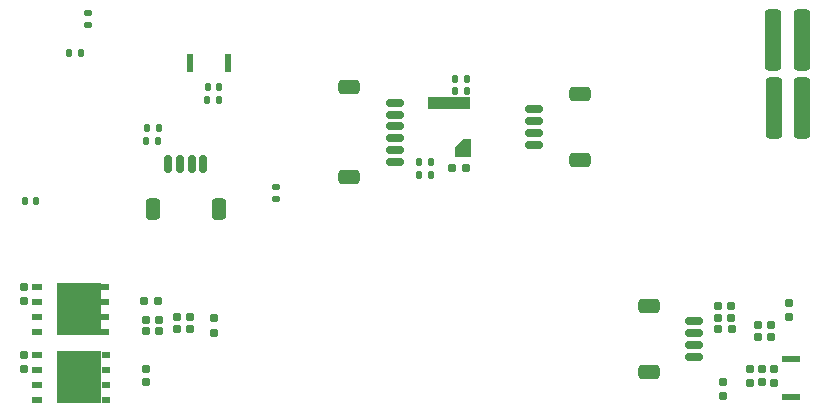
<source format=gbr>
%TF.GenerationSoftware,KiCad,Pcbnew,8.0.5*%
%TF.CreationDate,2024-10-23T07:35:36+02:00*%
%TF.ProjectId,Carte sensors,43617274-6520-4736-956e-736f72732e6b,rev?*%
%TF.SameCoordinates,Original*%
%TF.FileFunction,Paste,Bot*%
%TF.FilePolarity,Positive*%
%FSLAX46Y46*%
G04 Gerber Fmt 4.6, Leading zero omitted, Abs format (unit mm)*
G04 Created by KiCad (PCBNEW 8.0.5) date 2024-10-23 07:35:36*
%MOMM*%
%LPD*%
G01*
G04 APERTURE LIST*
G04 Aperture macros list*
%AMRoundRect*
0 Rectangle with rounded corners*
0 $1 Rounding radius*
0 $2 $3 $4 $5 $6 $7 $8 $9 X,Y pos of 4 corners*
0 Add a 4 corners polygon primitive as box body*
4,1,4,$2,$3,$4,$5,$6,$7,$8,$9,$2,$3,0*
0 Add four circle primitives for the rounded corners*
1,1,$1+$1,$2,$3*
1,1,$1+$1,$4,$5*
1,1,$1+$1,$6,$7*
1,1,$1+$1,$8,$9*
0 Add four rect primitives between the rounded corners*
20,1,$1+$1,$2,$3,$4,$5,0*
20,1,$1+$1,$4,$5,$6,$7,0*
20,1,$1+$1,$6,$7,$8,$9,0*
20,1,$1+$1,$8,$9,$2,$3,0*%
%AMOutline5P*
0 Free polygon, 5 corners , with rotation*
0 The origin of the aperture is its center*
0 number of corners: always 5*
0 $1 to $10 corner X, Y*
0 $11 Rotation angle, in degrees counterclockwise*
0 create outline with 5 corners*
4,1,5,$1,$2,$3,$4,$5,$6,$7,$8,$9,$10,$1,$2,$11*%
%AMOutline6P*
0 Free polygon, 6 corners , with rotation*
0 The origin of the aperture is its center*
0 number of corners: always 6*
0 $1 to $12 corner X, Y*
0 $13 Rotation angle, in degrees counterclockwise*
0 create outline with 6 corners*
4,1,6,$1,$2,$3,$4,$5,$6,$7,$8,$9,$10,$11,$12,$1,$2,$13*%
%AMOutline7P*
0 Free polygon, 7 corners , with rotation*
0 The origin of the aperture is its center*
0 number of corners: always 7*
0 $1 to $14 corner X, Y*
0 $15 Rotation angle, in degrees counterclockwise*
0 create outline with 7 corners*
4,1,7,$1,$2,$3,$4,$5,$6,$7,$8,$9,$10,$11,$12,$13,$14,$1,$2,$15*%
%AMOutline8P*
0 Free polygon, 8 corners , with rotation*
0 The origin of the aperture is its center*
0 number of corners: always 8*
0 $1 to $16 corner X, Y*
0 $17 Rotation angle, in degrees counterclockwise*
0 create outline with 8 corners*
4,1,8,$1,$2,$3,$4,$5,$6,$7,$8,$9,$10,$11,$12,$13,$14,$15,$16,$1,$2,$17*%
G04 Aperture macros list end*
%ADD10R,1.500000X0.550000*%
%ADD11RoundRect,0.160000X0.160000X-0.197500X0.160000X0.197500X-0.160000X0.197500X-0.160000X-0.197500X0*%
%ADD12RoundRect,0.160000X-0.160000X0.197500X-0.160000X-0.197500X0.160000X-0.197500X0.160000X0.197500X0*%
%ADD13RoundRect,0.155000X-0.155000X0.212500X-0.155000X-0.212500X0.155000X-0.212500X0.155000X0.212500X0*%
%ADD14RoundRect,0.155000X0.212500X0.155000X-0.212500X0.155000X-0.212500X-0.155000X0.212500X-0.155000X0*%
%ADD15RoundRect,0.135000X0.135000X0.185000X-0.135000X0.185000X-0.135000X-0.185000X0.135000X-0.185000X0*%
%ADD16RoundRect,0.135000X-0.135000X-0.185000X0.135000X-0.185000X0.135000X0.185000X-0.135000X0.185000X0*%
%ADD17RoundRect,0.150000X0.625000X-0.150000X0.625000X0.150000X-0.625000X0.150000X-0.625000X-0.150000X0*%
%ADD18RoundRect,0.250000X0.650000X-0.350000X0.650000X0.350000X-0.650000X0.350000X-0.650000X-0.350000X0*%
%ADD19RoundRect,0.135000X0.185000X-0.135000X0.185000X0.135000X-0.185000X0.135000X-0.185000X-0.135000X0*%
%ADD20RoundRect,0.250000X0.412500X2.350000X-0.412500X2.350000X-0.412500X-2.350000X0.412500X-2.350000X0*%
%ADD21R,0.550000X1.500000*%
%ADD22RoundRect,0.140000X0.140000X0.170000X-0.140000X0.170000X-0.140000X-0.170000X0.140000X-0.170000X0*%
%ADD23RoundRect,0.155000X-0.212500X-0.155000X0.212500X-0.155000X0.212500X0.155000X-0.212500X0.155000X0*%
%ADD24RoundRect,0.135000X-0.185000X0.135000X-0.185000X-0.135000X0.185000X-0.135000X0.185000X0.135000X0*%
%ADD25R,0.850000X0.500000*%
%ADD26R,0.800000X0.600000*%
%ADD27R,3.750000X4.410000*%
%ADD28RoundRect,0.150000X-0.625000X0.150000X-0.625000X-0.150000X0.625000X-0.150000X0.625000X0.150000X0*%
%ADD29RoundRect,0.250000X-0.650000X0.350000X-0.650000X-0.350000X0.650000X-0.350000X0.650000X0.350000X0*%
%ADD30Outline5P,-0.650000X0.100000X0.000000X0.750000X0.650000X0.750000X0.650000X-0.750000X-0.650000X-0.750000X0.000000*%
%ADD31R,3.600000X1.100000*%
%ADD32RoundRect,0.150000X0.150000X0.625000X-0.150000X0.625000X-0.150000X-0.625000X0.150000X-0.625000X0*%
%ADD33RoundRect,0.250000X0.350000X0.650000X-0.350000X0.650000X-0.350000X-0.650000X0.350000X-0.650000X0*%
G04 APERTURE END LIST*
D10*
%TO.C,SW2*%
X215240000Y-128200000D03*
X215240000Y-124950000D03*
%TD*%
D11*
%TO.C,R26*%
X213780000Y-126987500D03*
X213780000Y-125792500D03*
%TD*%
D12*
%TO.C,R23*%
X211780000Y-125762500D03*
X211780000Y-126957500D03*
%TD*%
D13*
%TO.C,C29*%
X212770000Y-125782500D03*
X212770000Y-126917500D03*
%TD*%
D11*
%TO.C,R20*%
X150235000Y-120081000D03*
X150235000Y-118886000D03*
%TD*%
%TO.C,R19*%
X215010000Y-121417500D03*
X215010000Y-120222500D03*
%TD*%
D14*
%TO.C,C22*%
X210167500Y-120490000D03*
X209032500Y-120490000D03*
%TD*%
D15*
%TO.C,R3*%
X161670000Y-105370000D03*
X160650000Y-105370000D03*
%TD*%
D16*
%TO.C,R17*%
X183720000Y-108250000D03*
X184740000Y-108250000D03*
%TD*%
D17*
%TO.C,J4*%
X207025000Y-124780000D03*
X207025000Y-123780000D03*
X207025000Y-122780000D03*
X207025000Y-121780000D03*
D18*
X203150000Y-126080000D03*
X203150000Y-120480000D03*
%TD*%
D16*
%TO.C,R5*%
X165760000Y-102990000D03*
X166780000Y-102990000D03*
%TD*%
D19*
%TO.C,R2*%
X155730000Y-96650000D03*
X155730000Y-95630000D03*
%TD*%
D20*
%TO.C,R10*%
X216140000Y-97970000D03*
X213715000Y-97970000D03*
%TD*%
D21*
%TO.C,SW1*%
X167540000Y-99885000D03*
X164290000Y-99885000D03*
%TD*%
D22*
%TO.C,C2*%
X151280000Y-111620000D03*
X150320000Y-111620000D03*
%TD*%
D23*
%TO.C,C10*%
X186542500Y-108800000D03*
X187677500Y-108800000D03*
%TD*%
D24*
%TO.C,R6*%
X171600000Y-110430000D03*
X171600000Y-111450000D03*
%TD*%
D13*
%TO.C,C28*%
X209490000Y-126935000D03*
X209490000Y-128070000D03*
%TD*%
D15*
%TO.C,R4*%
X161640000Y-106460000D03*
X160620000Y-106460000D03*
%TD*%
D14*
%TO.C,C17*%
X161700000Y-122592500D03*
X160565000Y-122592500D03*
%TD*%
D23*
%TO.C,C21*%
X212412500Y-123072500D03*
X213547500Y-123072500D03*
%TD*%
%TO.C,C15*%
X163217500Y-122432500D03*
X164352500Y-122432500D03*
%TD*%
D16*
%TO.C,R18*%
X183700000Y-109420000D03*
X184720000Y-109420000D03*
%TD*%
D22*
%TO.C,C4*%
X187760000Y-102230000D03*
X186800000Y-102230000D03*
%TD*%
D14*
%TO.C,C14*%
X161602500Y-120022500D03*
X160467500Y-120022500D03*
%TD*%
%TO.C,C23*%
X210177500Y-122410000D03*
X209042500Y-122410000D03*
%TD*%
D13*
%TO.C,C26*%
X160625000Y-125795000D03*
X160625000Y-126930000D03*
%TD*%
D14*
%TO.C,C16*%
X161700000Y-121622500D03*
X160565000Y-121622500D03*
%TD*%
D12*
%TO.C,R16*%
X166325000Y-121527500D03*
X166325000Y-122722500D03*
%TD*%
D23*
%TO.C,C20*%
X212412500Y-122092500D03*
X213547500Y-122092500D03*
%TD*%
D20*
%TO.C,R15*%
X216180000Y-103730000D03*
X213755000Y-103730000D03*
%TD*%
D22*
%TO.C,C3*%
X187760000Y-101230000D03*
X186800000Y-101230000D03*
%TD*%
D25*
%TO.C,Q1*%
X151375000Y-128395000D03*
X151375000Y-127125000D03*
X151375000Y-125855000D03*
X151375000Y-124585000D03*
D26*
X157200000Y-124585000D03*
X157200000Y-125855000D03*
X157200000Y-127125000D03*
X157200000Y-128395000D03*
D27*
X154925000Y-126490000D03*
%TD*%
D14*
%TO.C,C24*%
X210167500Y-121460000D03*
X209032500Y-121460000D03*
%TD*%
D11*
%TO.C,R22*%
X150295000Y-125797000D03*
X150295000Y-124602000D03*
%TD*%
D28*
%TO.C,J3*%
X193465000Y-103800000D03*
X193465000Y-104800000D03*
X193465000Y-105800000D03*
X193465000Y-106800000D03*
D29*
X197340000Y-102500000D03*
X197340000Y-108100000D03*
%TD*%
D17*
%TO.C,J2*%
X181650000Y-108260000D03*
X181650000Y-107260000D03*
X181650000Y-106260000D03*
X181650000Y-105260000D03*
X181650000Y-104260000D03*
X181650000Y-103260000D03*
D18*
X177775000Y-109560000D03*
X177775000Y-101960000D03*
%TD*%
D25*
%TO.C,Q2*%
X151345000Y-122635000D03*
X151345000Y-121365000D03*
X151345000Y-120095000D03*
X151345000Y-118825000D03*
D26*
X157170000Y-118825000D03*
X157170000Y-120095000D03*
X157170000Y-121365000D03*
X157170000Y-122635000D03*
D27*
X154895000Y-120730000D03*
%TD*%
D30*
%TO.C,BT1*%
X187440000Y-107080000D03*
D31*
X186290000Y-103290000D03*
%TD*%
D16*
%TO.C,R1*%
X154070000Y-99090000D03*
X155090000Y-99090000D03*
%TD*%
D32*
%TO.C,J1*%
X165460000Y-108420000D03*
X164460000Y-108420000D03*
X163460000Y-108420000D03*
X162460000Y-108420000D03*
D33*
X166760000Y-112295000D03*
X161160000Y-112295000D03*
%TD*%
D23*
%TO.C,C13*%
X163200000Y-121422500D03*
X164335000Y-121422500D03*
%TD*%
D22*
%TO.C,C1*%
X166780000Y-101890000D03*
X165820000Y-101890000D03*
%TD*%
M02*

</source>
